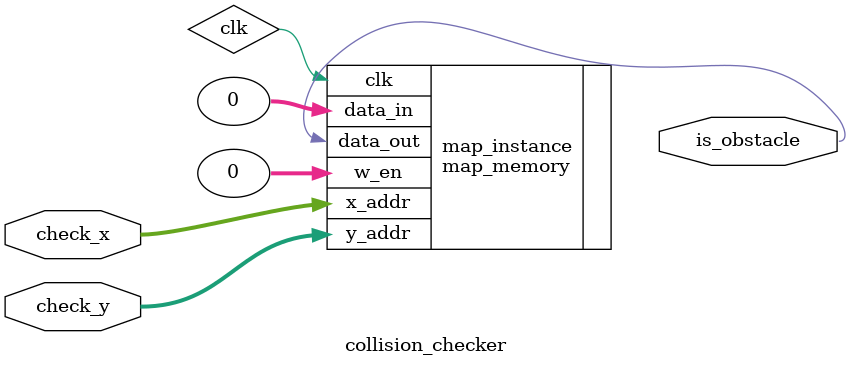
<source format=v>
module collision_checker #(parameter WIDTH = 1000, parameter HEIGHT = 1000)(
    input wire [$clog2(WIDTH)-1:0] check_x,
    input wire [$clog2(HEIGHT)-1:0] check_y,
    output wire is_obstacle
);

    // Instance of the map memory module
    map_memory #(WIDTH, HEIGHT) map_instance (
        .clk(clk),
        .w_en(0),
        .x_addr(check_x),
        .y_addr(check_y),
        .data_in(0),
        .data_out(is_obstacle)
    );

endmodule

</source>
